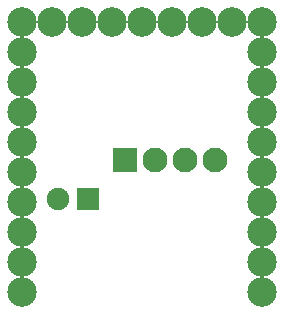
<source format=gbr>
G04 #@! TF.FileFunction,Soldermask,Bot*
%FSLAX46Y46*%
G04 Gerber Fmt 4.6, Leading zero omitted, Abs format (unit mm)*
G04 Created by KiCad (PCBNEW 4.0.6) date 07/30/17 19:43:23*
%MOMM*%
%LPD*%
G01*
G04 APERTURE LIST*
%ADD10C,0.100000*%
%ADD11R,1.900000X1.900000*%
%ADD12O,1.900000X1.900000*%
%ADD13R,2.100000X2.100000*%
%ADD14C,2.100000*%
%ADD15C,2.500000*%
G04 APERTURE END LIST*
D10*
D11*
X146861000Y-80355000D03*
D12*
X144321000Y-80355000D03*
D13*
X150037800Y-77038200D03*
D14*
X152577800Y-77038200D03*
X155117800Y-77038200D03*
X157657800Y-77038200D03*
D15*
X161581000Y-67845000D03*
X161581000Y-70385000D03*
X161581000Y-72925000D03*
X161581000Y-75465000D03*
X161581000Y-78005000D03*
X161581000Y-80545000D03*
X161581000Y-83085000D03*
X161581000Y-85625000D03*
X161581000Y-88165000D03*
X161581000Y-65305000D03*
X159041000Y-65305000D03*
X156501000Y-65305000D03*
X153961000Y-65305000D03*
X151421000Y-65305000D03*
X148881000Y-65305000D03*
X146341000Y-65305000D03*
X143801000Y-65305000D03*
X141261000Y-65305000D03*
X141261000Y-67845000D03*
X141261000Y-70385000D03*
X141261000Y-72925000D03*
X141261000Y-75465000D03*
X141261000Y-78005000D03*
X141261000Y-80545000D03*
X141261000Y-83085000D03*
X141261000Y-85625000D03*
X141261000Y-88165000D03*
M02*

</source>
